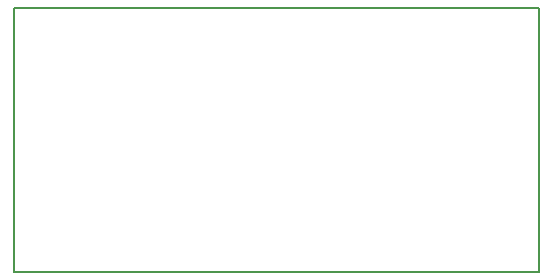
<source format=gm1>
G04 MADE WITH FRITZING*
G04 WWW.FRITZING.ORG*
G04 DOUBLE SIDED*
G04 HOLES PLATED*
G04 CONTOUR ON CENTER OF CONTOUR VECTOR*
%ASAXBY*%
%FSLAX23Y23*%
%MOIN*%
%OFA0B0*%
%SFA1.0B1.0*%
%ADD10R,1.756790X0.890122*%
%ADD11C,0.008000*%
%ADD10C,0.008*%
%LNCONTOUR*%
G90*
G70*
G54D10*
G54D11*
X4Y885D02*
X1753Y885D01*
X1753Y3D01*
X4Y3D01*
X4Y885D01*
D02*
G04 End of contour*
M02*
</source>
